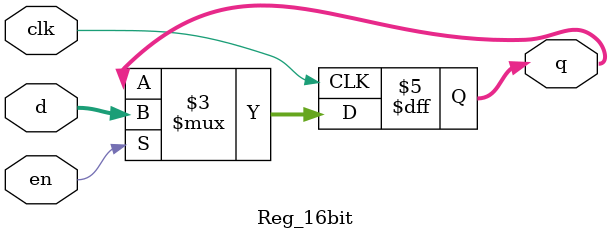
<source format=sv>

module Reg_16bit(clk, en, d, q);
    
    input clk, en;
    input [15:0] d;
    
    output reg [15:0] q;
    
    always @(posedge clk) begin  
        if (en)
           q <= d;    
        else
           q <= q;
    end
    
endmodule
</source>
